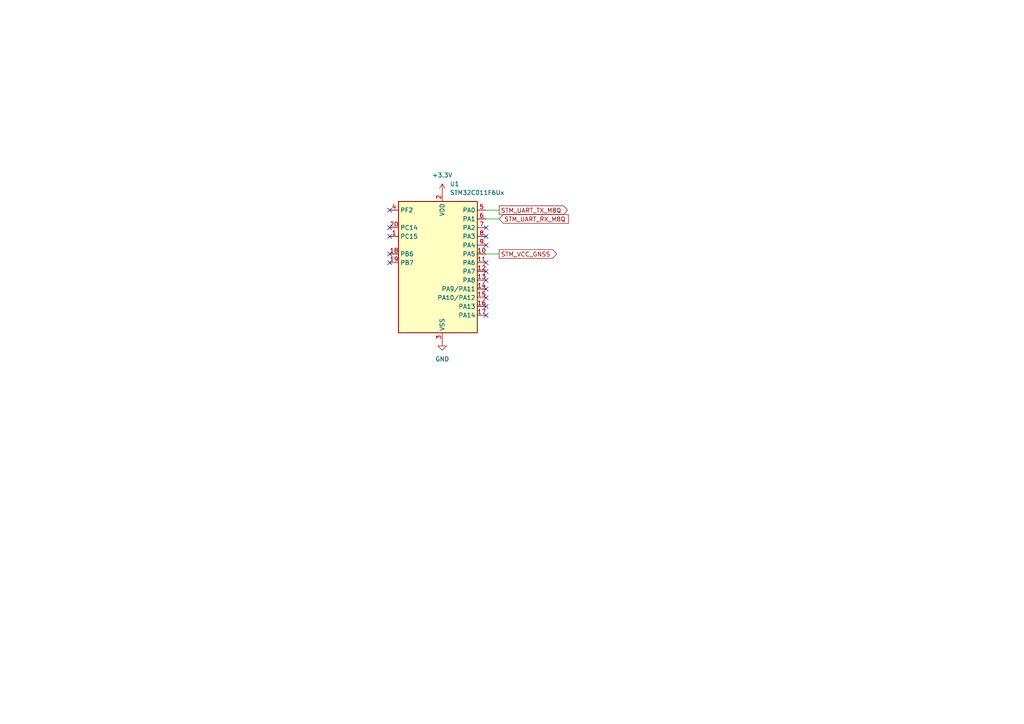
<source format=kicad_sch>
(kicad_sch (version 20231120) (generator "eeschema") (generator_version "8.0")
  (paper "A4")
  (lib_symbols
    (symbol "MCU_ST_STM32C0:STM32C011F6Ux"
      (property "Reference" "U" (at -10.16 21.59 0))
      (property "Value" "STM32C011F6Ux" (at 5.08 21.59 0))
      (symbol "STM32C011F6Ux_0_1"
        (rectangle (start -10.16 -17.78) (end 12.7 20.32) (stroke (width 0.254)) (fill (type background)))
      )
      (symbol "STM32C011F6Ux_1_1"
        (pin bidirectional line (at -12.7 10.16 0) (length 2.54) (name "PC15") (number "1"))
        (pin bidirectional line (at 15.24 5.08 180) (length 2.54) (name "PA5") (number "10"))
        (pin bidirectional line (at 15.24 2.54 180) (length 2.54) (name "PA6") (number "11"))
        (pin bidirectional line (at 15.24 0 180) (length 2.54) (name "PA7") (number "12"))
        (pin bidirectional line (at 15.24 -2.54 180) (length 2.54) (name "PA8") (number "13"))
        (pin bidirectional line (at 15.24 -5.08 180) (length 2.54) (name "PA9/PA11") (number "14"))
        (pin bidirectional line (at 15.24 -7.62 180) (length 2.54) (name "PA10/PA12") (number "15"))
        (pin bidirectional line (at 15.24 -10.16 180) (length 2.54) (name "PA13") (number "16"))
        (pin bidirectional line (at 15.24 -12.7 180) (length 2.54) (name "PA14") (number "17"))
        (pin bidirectional line (at -12.7 5.08 0) (length 2.54) (name "PB6") (number "18"))
        (pin bidirectional line (at -12.7 2.54 0) (length 2.54) (name "PB7") (number "19"))
        (pin power_in line (at 2.54 22.86 270) (length 2.54) (name "VDD") (number "2"))
        (pin bidirectional line (at -12.7 12.7 0) (length 2.54) (name "PC14") (number "20"))
        (pin power_in line (at 2.54 -20.32 90) (length 2.54) (name "VSS") (number "3"))
        (pin bidirectional line (at -12.7 17.78 0) (length 2.54) (name "PF2") (number "4"))
        (pin bidirectional line (at 15.24 17.78 180) (length 2.54) (name "PA0") (number "5"))
        (pin bidirectional line (at 15.24 15.24 180) (length 2.54) (name "PA1") (number "6"))
        (pin bidirectional line (at 15.24 12.7 180) (length 2.54) (name "PA2") (number "7"))
        (pin bidirectional line (at 15.24 10.16 180) (length 2.54) (name "PA3") (number "8"))
        (pin bidirectional line (at 15.24 7.62 180) (length 2.54) (name "PA4") (number "9"))
      )
    )
    (symbol "power:+3.3V" (power) (pin_numbers hide) (pin_names (offset 0) hide)
      (property "Value" "+3.3V" (at 0 3.556 0))
      (symbol "+3.3V_0_1"
        (polyline (pts (xy -0.762 1.27) (xy 0 2.54)))
        (polyline (pts (xy 0 0) (xy 0 2.54)))
        (polyline (pts (xy 0 2.54) (xy 0.762 1.27)))
      )
      (symbol "+3.3V_1_1"
        (pin power_in line (at 0 0 90) (length 0) (name "~") (number "1"))
      )
    )
    (symbol "power:GND" (power) (pin_numbers hide) (pin_names (offset 0) hide)
      (property "Value" "GND" (at 0 -3.81 0))
      (symbol "GND_0_1"
        (polyline (pts (xy 0 0) (xy 0 -1.27) (xy 1.27 -1.27) (xy 0 -2.54) (xy -1.27 -1.27) (xy 0 -1.27)))
      )
      (symbol "GND_1_1"
        (pin power_in line (at 0 0 270) (length 0) (name "~") (number "1"))
      )
    )
  )
  (no_connect (at 113.03 73.66))
  (no_connect (at 140.97 78.74))
  (no_connect (at 140.97 68.58))
  (no_connect (at 113.03 68.58))
  (no_connect (at 140.97 86.36))
  (no_connect (at 140.97 91.44))
  (no_connect (at 140.97 88.9))
  (no_connect (at 140.97 71.12))
  (no_connect (at 113.03 60.96))
  (no_connect (at 140.97 66.04))
  (no_connect (at 113.03 76.2))
  (no_connect (at 140.97 76.2))
  (no_connect (at 140.97 83.82))
  (no_connect (at 140.97 81.28))
  (no_connect (at 113.03 66.04))
  (wire (pts (xy 140.97 60.96) (xy 144.78 60.96)))
  (wire (pts (xy 140.97 63.5) (xy 144.78 63.5)))
  (wire (pts (xy 140.97 73.66) (xy 144.78 73.66)))
  (global_label "STM_UART_TX_M8Q" (shape output) (at 144.78 60.96 0) (property "Intersheetrefs" "${INTERSHEET_REFS}" (effects (hide yes))))
  (global_label "STM_UART_RX_M8Q" (shape input) (at 144.78 63.5 0) (property "Intersheetrefs" "${INTERSHEET_REFS}" (effects (hide yes))))
  (global_label "STM_VCC_GNSS" (shape output) (at 144.78 73.66 0) (property "Intersheetrefs" "${INTERSHEET_REFS}" (effects (hide yes))))
  (symbol (lib_id "MCU_ST_STM32C0:STM32C011F6Ux") (at 125.73 78.74 0) (unit 1)
    (property "Reference" "U1" (at 130.4641 53.34 0) (effects (justify left)))
    (property "Value" "STM32C011F6Ux" (at 130.4641 55.88 0) (effects (justify left)))
    (property "Footprint" "Package_DFN_QFN:ST_UFQFPN-20_3x3mm_P0.5mm" (effects (hide yes)))
    (property "Datasheet" "https://www.st.com/resource/en/datasheet/stm32c011f6.pdf" (effects (hide yes)))
    (property "Description" "STMicroelectronics Arm Cortex-M0+ MCU, 32KB flash, 6KB RAM, 48 MHz, 2.0-3.6V, 18 GPIO, UFQFPN20" (effects (hide yes)))
  )
  (symbol (lib_id "power:GND") (at 128.27 99.06 0) (unit 1)
    (property "Reference" "#PWR03" (effects (hide yes)))
    (property "Value" "GND" (at 128.27 104.14 0))
    (property "Description" "Power symbol creates a global label with name \"GND\" , ground" (effects (hide yes)))
  )
  (symbol (lib_id "power:+3.3V") (at 128.27 55.88 0) (unit 1)
    (property "Reference" "#PWR01" (effects (hide yes)))
    (property "Value" "+3.3V" (at 128.27 50.8 0))
    (property "Description" "Power symbol creates a global label with name \"+3.3V\"" (effects (hide yes)))
  )
)
</source>
